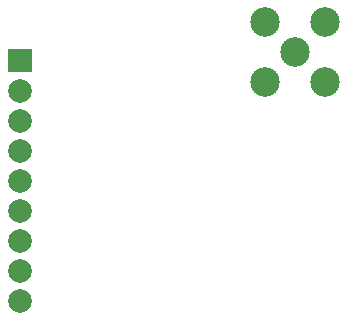
<source format=gbr>
G04 start of page 6 for group -4062 idx -4062 *
G04 Title: Dom32RF, soldermask *
G04 Creator: pcb 4.0.2 *
G04 CreationDate: Tue Feb 12 11:34:35 2019 UTC *
G04 For: walter *
G04 Format: Gerber/RS-274X *
G04 PCB-Dimensions (mil): 1181.10 1181.10 *
G04 PCB-Coordinate-Origin: lower left *
%MOIN*%
%FSLAX25Y25*%
%LNBOTTOMMASK*%
%ADD39C,0.0984*%
%ADD38C,0.0787*%
%ADD37C,0.0001*%
G54D37*G36*
X6142Y102795D02*Y94921D01*
X14016D01*
Y102795D01*
X6142D01*
G37*
G54D38*X10079Y88858D03*
G54D39*X101575Y101654D03*
X91575Y91654D03*
Y111654D03*
X111575Y91654D03*
Y111654D03*
G54D38*X10079Y78858D03*
Y68858D03*
Y58858D03*
Y48858D03*
Y38858D03*
Y28858D03*
Y18858D03*
M02*

</source>
